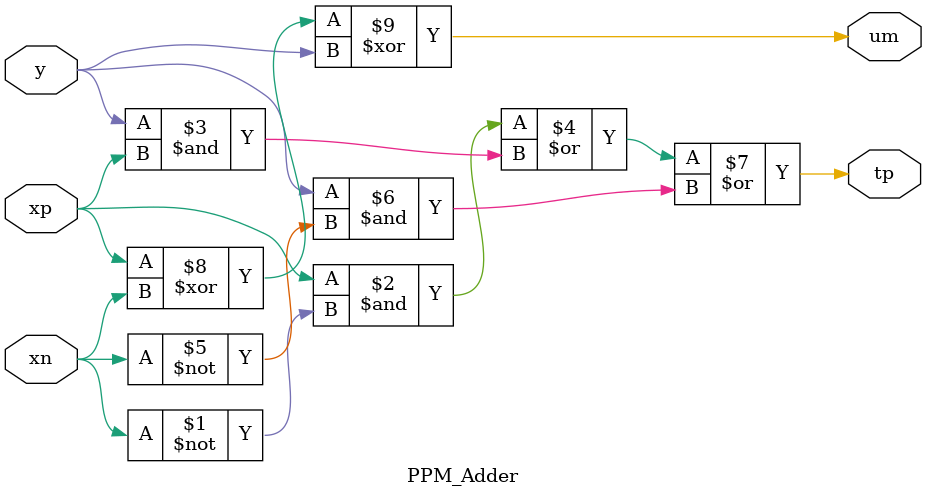
<source format=v>
`timescale 1ns / 1ps


module PPM_Adder(input xp,
    input xn,
    input y,
    output tp,
    output um
    );
    assign tp = (xp & ~xn)|(y & xp)|(y & ~xn);
    assign um = xp^xn^y;
endmodule

</source>
